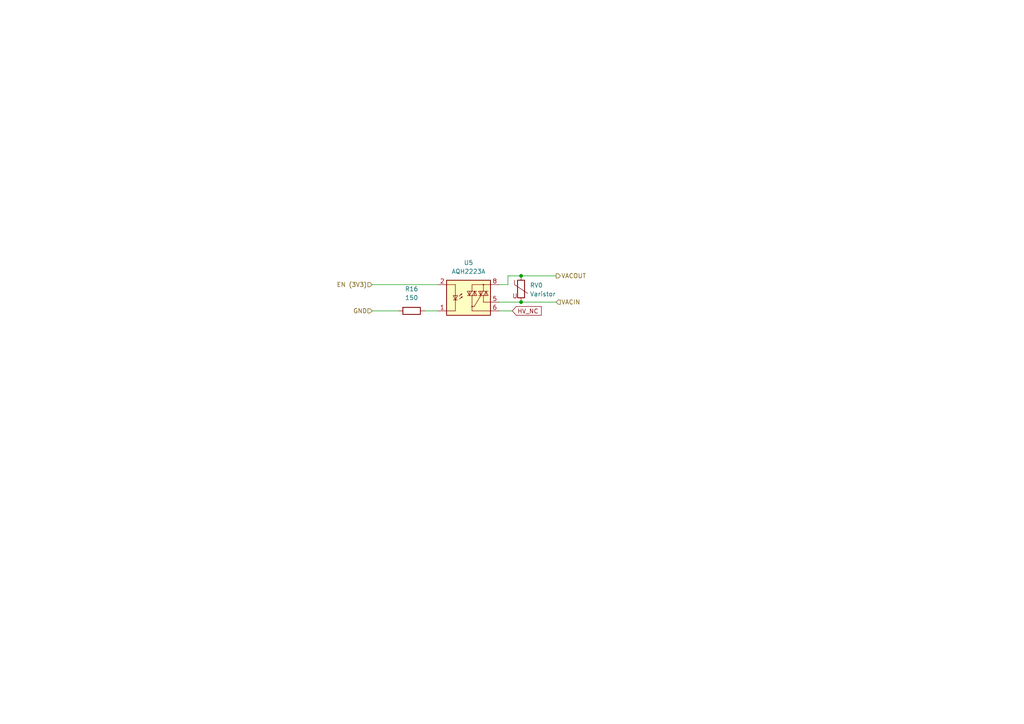
<source format=kicad_sch>
(kicad_sch (version 20250114) (generator "eeschema") (generator_version "9.0")
  (paper "A4")
  (lib_symbols
    (symbol "Device:R" (pin_numbers (hide yes)) (pin_names (offset 0))
      (property "Reference" "R" (at 2.032 0 90))
      (property "Value" "R" (at 0 0 90))
      (symbol "R_0_1"
        (rectangle (start -1.016 -2.54) (end 1.016 2.54) (stroke (width 0.254)))
      )
      (symbol "R_1_1"
        (pin passive line (at 0 3.81 270) (length 1.27) (name "~") (number "1"))
        (pin passive line (at 0 -3.81 90) (length 1.27) (name "~") (number "2"))
      )
    )
    (symbol "Device:Varistor" (pin_numbers (hide yes)) (pin_names (offset 0))
      (property "Reference" "RV" (at 3.175 0 90))
      (property "Value" "Varistor" (at -3.175 0 90))
      (symbol "Varistor_0_0"
        (text "U" (at -1.778 -2.032 0) (effects (font (size 1.27 1.27))))
      )
      (symbol "Varistor_0_1"
        (polyline (pts (xy -1.905 2.54) (xy -1.905 1.27) (xy 1.905 -1.27)))
        (rectangle (start -1.016 -2.54) (end 1.016 2.54) (stroke (width 0.254)))
      )
      (symbol "Varistor_1_1"
        (pin passive line (at 0 3.81 270) (length 1.27) (name "~") (number "1"))
        (pin passive line (at 0 -3.81 90) (length 1.27) (name "~") (number "2"))
      )
    )
    (symbol "Relay_SolidState:AQH2223A"
      (property "Reference" "U" (at -5.08 5.08 0))
      (property "Value" "AQH2223A" (at 0 5.08 0))
      (symbol "AQH2223A_1_1"
        (rectangle (start -7.62 3.81) (end 5.08 -6.35) (stroke (width 0.254)) (fill (type background)))
        (polyline (pts (xy -5.715 -1.905) (xy -4.445 -1.905)))
        (polyline (pts (xy -5.08 2.54) (xy -7.493 2.54)))
        (polyline (pts (xy -5.08 -0.635) (xy -5.08 2.54)))
        (polyline (pts (xy -5.08 -0.635) (xy -5.08 -1.905)))
        (polyline (pts (xy -5.08 -1.905) (xy -5.08 -5.08)))
        (polyline (pts (xy -5.08 -1.905) (xy -5.715 -0.635) (xy -4.445 -0.635) (xy -5.08 -1.905)))
        (polyline (pts (xy -5.08 -5.08) (xy -7.62 -5.08)))
        (polyline (pts (xy -3.556 -0.254) (xy -3.3782 -0.4318) (xy -3.1496 -0.1016) (xy -3.556 -0.254)))
        (polyline (pts (xy -3.429 -1.0922) (xy -3.2512 -1.27) (xy -3.0226 -0.9398) (xy -3.429 -1.0922)))
        (polyline (pts (xy -3.3782 -0.2794) (xy -4.0132 -0.8128)))
        (polyline (pts (xy -3.2512 -1.1176) (xy -3.8862 -1.651)))
        (polyline (pts (xy -1.651 -0.635) (xy 1.143 -0.635) (xy 0.508 0.635) (xy -0.127 -0.635)))
        (polyline (pts (xy -1.016 -0.635) (xy -1.016 0.635)))
        (polyline (pts (xy -0.254 -2.54) (xy -0.254 -0.635)))
        (polyline (pts (xy -0.254 -2.54) (xy -0.254 -5.08)))
        (circle (center -0.254 -3.81) (radius 0.127))
        (polyline (pts (xy -0.254 -3.81) (xy 0.381 -3.81)))
        (polyline (pts (xy 0.381 -3.81) (xy 2.286 -0.635)))
        (polyline (pts (xy 0.508 0.635) (xy 0.508 -0.635)))
        (polyline (pts (xy 1.143 0.635) (xy -1.651 0.635) (xy -1.016 -0.635) (xy -0.381 0.635)))
        (polyline (pts (xy 1.651 -0.635) (xy 4.445 -0.635) (xy 3.81 0.635) (xy 3.175 -0.635)))
        (polyline (pts (xy 2.286 -0.635) (xy 2.286 0.635)))
        (polyline (pts (xy 3.048 2.54) (xy 3.048 0.635)))
        (polyline (pts (xy 3.048 2.54) (xy -0.254 2.54) (xy -0.254 0.635)))
        (circle (center 3.048 2.54) (radius 0.127))
        (polyline (pts (xy 3.048 -0.635) (xy 3.048 -2.54)))
        (polyline (pts (xy 3.048 -2.54) (xy 5.08 -2.54)))
        (polyline (pts (xy 3.81 0.635) (xy 3.81 -0.635)))
        (polyline (pts (xy 4.445 0.635) (xy 1.651 0.635) (xy 2.286 -0.635) (xy 2.921 0.635)))
        (polyline (pts (xy 5.08 2.54) (xy 3.048 2.54)))
        (polyline (pts (xy 5.08 -5.08) (xy -0.254 -5.08)))
        (pin passive line (at -10.16 2.54 0) (length 2.54) (name "~") (number "2"))
        (pin passive line (at -10.16 -5.08 0) (length 2.54) (name "~") (number "1"))
        (pin passive line (at -10.16 -5.08 0) (length 2.54) (hide yes) (name "~") (number "3"))
        (pin passive line (at -10.16 -5.08 0) (length 2.54) (hide yes) (name "~") (number "4"))
        (pin passive line (at 7.62 2.54 180) (length 2.54) (name "~") (number "8"))
        (pin passive line (at 7.62 -2.54 180) (length 2.54) (name "~") (number "5"))
        (pin passive line (at 7.62 -5.08 180) (length 2.54) (name "~") (number "6"))
      )
    )
  )
  (junction (at 151.13 87.63))
  (junction (at 151.13 80.01))
  (wire (pts (xy 151.13 87.63) (xy 161.29 87.63)))
  (wire (pts (xy 107.95 82.55) (xy 127 82.55)))
  (wire (pts (xy 147.32 82.55) (xy 147.32 80.01)))
  (wire (pts (xy 144.78 87.63) (xy 151.13 87.63)))
  (wire (pts (xy 123.19 90.17) (xy 127 90.17)))
  (wire (pts (xy 144.78 82.55) (xy 147.32 82.55)))
  (wire (pts (xy 151.13 80.01) (xy 161.29 80.01)))
  (wire (pts (xy 147.32 80.01) (xy 151.13 80.01)))
  (wire (pts (xy 107.95 90.17) (xy 115.57 90.17)))
  (wire (pts (xy 148.59 90.17) (xy 144.78 90.17)))
  (global_label "HV_NC" (shape input) (at 148.59 90.17 0) (property "Intersheetrefs" "${INTERSHEET_REFS}" (effects (hide yes))))
  (hierarchical_label "EN (3V3)" (shape input) (at 107.95 82.55 180))
  (hierarchical_label "VACIN" (shape input) (at 161.29 87.63 0))
  (hierarchical_label "GND" (shape input) (at 107.95 90.17 180))
  (hierarchical_label "VACOUT" (shape output) (at 161.29 80.01 0))
  (symbol (lib_id "Device:Varistor") (at 151.13 83.82 0) (unit 1)
    (property "Reference" "RV0" (at 153.67 82.7432 0) (effects (justify left)))
    (property "Value" "Varistor" (at 153.67 85.2832 0) (effects (justify left)))
    (property "Footprint" "Diode_SMD:D_1210_3225Metric" (effects (hide yes)))
    (property "Description" "Voltage dependent resistor" (effects (hide yes)))
    (property "Sim.Name" "kicad_builtin_varistor" (effects (hide yes)))
    (property "Sim.Device" "SUBCKT" (effects (hide yes)))
    (property "Sim.Pins" "1=A 2=B" (effects (hide yes)))
    (property "Sim.Params" "threshold=1k" (effects (hide yes)))
    (property "Sim.Library" "${KICAD9_SYMBOL_DIR}/Simulation_SPICE.sp" (effects (hide yes)))
    (instances (project "" (path "" (reference "RV0") (unit 1)) (path "" (reference "RV1") (unit 1))))
  )
  (symbol (lib_id "Device:R") (at 119.38 90.17 90) (unit 1)
    (property "Reference" "R16" (at 119.38 83.82 90))
    (property "Value" "150" (at 119.38 86.36 90))
    (property "Footprint" "Resistor_SMD:R_0603_1608Metric" (effects (hide yes)))
    (property "Description" "Resistor" (effects (hide yes)))
    (instances (project "GaggiMate" (path "" (reference "R16") (unit 1)) (path "" (reference "R7") (unit 1))))
  )
  (symbol (lib_id "Relay_SolidState:AQH2223A") (at 137.16 85.09 0) (unit 1)
    (property "Reference" "U5" (at 135.89 76.2 0))
    (property "Value" "AQH2223A" (at 135.89 78.74 0))
    (property "Footprint" "Package_SO:SSO-7-8_6.4x9.78mm_P2.54mm" (effects (hide yes)))
    (property "Datasheet" "https://mediap.industry.panasonic.eu/assets/imported/industrial.panasonic.com/ac/cdn/e/control/relay/solid-state/catalog/semi_eng_aqh.pdf" (effects (hide yes)))
    (property "Description" "Random Phase Opto-Triac, Vdrm 600V, Ift 10mA, IT 900mA, SOIC-7" (effects (hide yes)))
    (instances (project "" (path "" (reference "U5") (unit 1)) (path "" (reference "U3") (unit 1))))
  )
)
</source>
